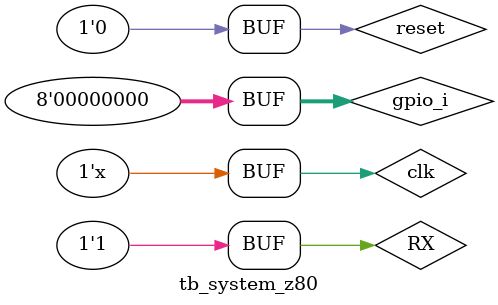
<source format=v>

`timescale 1ns/1ps
`default_nettype none

module tb_system_z80;
    reg clk;
    reg reset;
	wire [7:0] gpio_o;
	reg [7:0] gpio_i;
	reg RX;
    wire TX;
    wire spi0_mosi, spi0_miso, spi0_sclk, spi0_cs0;
	
    // clock source
    always
        #50 clk = ~clk;
    
    // reset
    initial
    begin
`ifdef icarus
  		$dumpfile("tb_system_z80.vcd");
		$dumpvars;
`endif
        
        // init regs
        clk = 1'b0;
        reset = 1'b1;
        RX = 1'b1;
		gpio_i = 8'b00;
        
        // release reset
        #200
        reset = 1'b0;
        
`ifdef icarus
        // stop after 1 sec
		#10000000 $finish;
`endif
    end
    
    // Unit under test
    system_z80 uut(
        .clk(clk),              // 4.028MHz dot clock
        .reset(reset),          // Low-true reset
        .gpio_o(gpio_o),        // gpio output
        .gpio_i(gpio_i),        // gpio input
        .RX(RX),                // serial input
        .TX(TX),                // serial output
		.spi0_mosi(spi0_mosi),	// SPI core 0
		.spi0_miso(spi0_miso),
		.spi0_sclk(spi0_sclk),
		.spi0_cs0(spi0_cs0)
    );
endmodule

</source>
